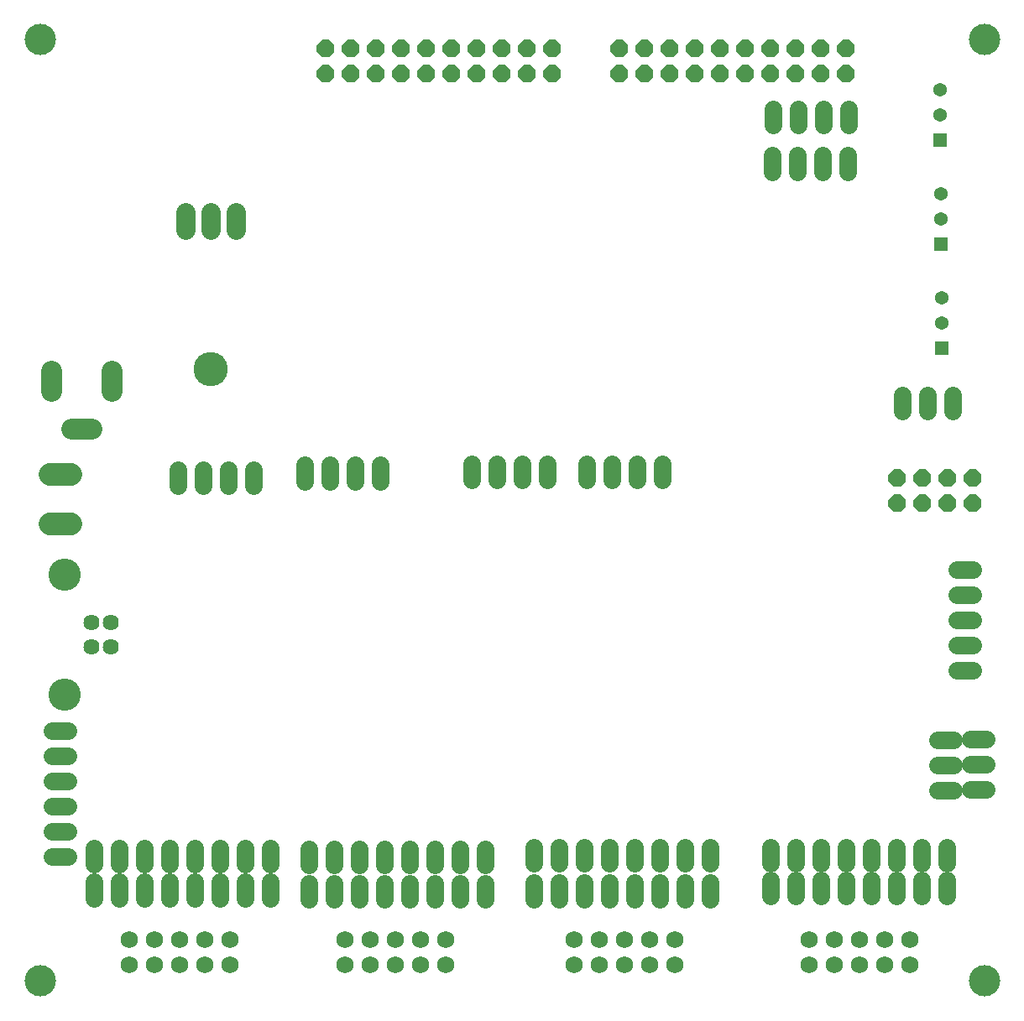
<source format=gbr>
G04 EAGLE Gerber RS-274X export*
G75*
%MOMM*%
%FSLAX34Y34*%
%LPD*%
%INSoldermask Bottom*%
%IPPOS*%
%AMOC8*
5,1,8,0,0,1.08239X$1,22.5*%
G01*
%ADD10C,3.152400*%
%ADD11C,1.778000*%
%ADD12C,3.252400*%
%ADD13C,1.624400*%
%ADD14R,1.368400X1.368400*%
%ADD15C,1.368400*%
%ADD16C,1.752400*%
%ADD17P,1.924489X8X22.500000*%
%ADD18P,1.924489X8X202.500000*%
%ADD19C,1.940563*%
%ADD20C,3.454400*%
%ADD21C,2.152400*%
%ADD22C,2.265681*%


D10*
X22500Y22500D03*
X975000Y22500D03*
X975000Y972500D03*
X22500Y972500D03*
D11*
X293700Y156028D02*
X293700Y139772D01*
X319100Y139772D02*
X319100Y156028D01*
X344500Y156028D02*
X344500Y139772D01*
X369900Y139772D02*
X369900Y156028D01*
X395300Y156028D02*
X395300Y139772D01*
X420700Y139772D02*
X420700Y156028D01*
X446100Y156028D02*
X446100Y139772D01*
X471500Y139772D02*
X471500Y156028D01*
X293500Y120828D02*
X293500Y104572D01*
X318900Y104572D02*
X318900Y120828D01*
X344300Y120828D02*
X344300Y104572D01*
X369700Y104572D02*
X369700Y120828D01*
X395100Y120828D02*
X395100Y104572D01*
X420500Y104572D02*
X420500Y120828D01*
X445900Y120828D02*
X445900Y104572D01*
X471300Y104572D02*
X471300Y120828D01*
X77200Y140272D02*
X77200Y156528D01*
X102600Y156528D02*
X102600Y140272D01*
X128000Y140272D02*
X128000Y156528D01*
X153400Y156528D02*
X153400Y140272D01*
X178800Y140272D02*
X178800Y156528D01*
X204200Y156528D02*
X204200Y140272D01*
X229600Y140272D02*
X229600Y156528D01*
X255000Y156528D02*
X255000Y140272D01*
X77200Y122428D02*
X77200Y106172D01*
X102600Y106172D02*
X102600Y122428D01*
X128000Y122428D02*
X128000Y106172D01*
X153400Y106172D02*
X153400Y122428D01*
X178800Y122428D02*
X178800Y106172D01*
X204200Y106172D02*
X204200Y122428D01*
X229600Y122428D02*
X229600Y106172D01*
X255000Y106172D02*
X255000Y122428D01*
X520700Y141372D02*
X520700Y157628D01*
X546100Y157628D02*
X546100Y141372D01*
X571500Y141372D02*
X571500Y157628D01*
X596900Y157628D02*
X596900Y141372D01*
X622300Y141372D02*
X622300Y157628D01*
X647700Y157628D02*
X647700Y141372D01*
X673100Y141372D02*
X673100Y157628D01*
X698500Y157628D02*
X698500Y141372D01*
X520200Y121528D02*
X520200Y105272D01*
X545600Y105272D02*
X545600Y121528D01*
X571000Y121528D02*
X571000Y105272D01*
X596400Y105272D02*
X596400Y121528D01*
X621800Y121528D02*
X621800Y105272D01*
X647200Y105272D02*
X647200Y121528D01*
X672600Y121528D02*
X672600Y105272D01*
X698000Y105272D02*
X698000Y121528D01*
X759300Y141272D02*
X759300Y157528D01*
X784700Y157528D02*
X784700Y141272D01*
X810100Y141272D02*
X810100Y157528D01*
X835500Y157528D02*
X835500Y141272D01*
X860900Y141272D02*
X860900Y157528D01*
X886300Y157528D02*
X886300Y141272D01*
X911700Y141272D02*
X911700Y157528D01*
X937100Y157528D02*
X937100Y141272D01*
X759300Y124428D02*
X759300Y108172D01*
X784700Y108172D02*
X784700Y124428D01*
X810100Y124428D02*
X810100Y108172D01*
X835500Y108172D02*
X835500Y124428D01*
X860900Y124428D02*
X860900Y108172D01*
X886300Y108172D02*
X886300Y124428D01*
X911700Y124428D02*
X911700Y108172D01*
X937100Y108172D02*
X937100Y124428D01*
X944128Y215100D02*
X927872Y215100D01*
X927872Y240500D02*
X944128Y240500D01*
X944128Y265900D02*
X927872Y265900D01*
X960872Y215600D02*
X977128Y215600D01*
X977128Y241000D02*
X960872Y241000D01*
X960872Y266400D02*
X977128Y266400D01*
X50628Y275500D02*
X34372Y275500D01*
X34372Y250100D02*
X50628Y250100D01*
X50628Y224700D02*
X34372Y224700D01*
X34372Y199300D02*
X50628Y199300D01*
X50628Y173900D02*
X34372Y173900D01*
X34372Y148500D02*
X50628Y148500D01*
D12*
X47000Y432200D03*
X47000Y311800D03*
D13*
X94100Y384500D03*
X74100Y384500D03*
X94100Y359500D03*
X74100Y359500D03*
D11*
X365600Y526872D02*
X365600Y543128D01*
X340200Y543128D02*
X340200Y526872D01*
X314800Y526872D02*
X314800Y543128D01*
X289400Y543128D02*
X289400Y526872D01*
X161900Y522372D02*
X161900Y538628D01*
X187300Y538628D02*
X187300Y522372D01*
X212700Y522372D02*
X212700Y538628D01*
X238100Y538628D02*
X238100Y522372D01*
X761900Y886372D02*
X761900Y902628D01*
X787300Y902628D02*
X787300Y886372D01*
X812700Y886372D02*
X812700Y902628D01*
X838100Y902628D02*
X838100Y886372D01*
X761400Y855628D02*
X761400Y839372D01*
X786800Y839372D02*
X786800Y855628D01*
X812200Y855628D02*
X812200Y839372D01*
X837600Y839372D02*
X837600Y855628D01*
X457900Y544128D02*
X457900Y527872D01*
X483300Y527872D02*
X483300Y544128D01*
X508700Y544128D02*
X508700Y527872D01*
X534100Y527872D02*
X534100Y544128D01*
X573900Y544128D02*
X573900Y527872D01*
X599300Y527872D02*
X599300Y544128D01*
X624700Y544128D02*
X624700Y527872D01*
X650100Y527872D02*
X650100Y544128D01*
D14*
X930500Y871100D03*
D15*
X930500Y896500D03*
X930500Y921900D03*
D14*
X931000Y766600D03*
D15*
X931000Y792000D03*
X931000Y817400D03*
D14*
X932000Y661600D03*
D15*
X932000Y687000D03*
X932000Y712400D03*
D11*
X892600Y614128D02*
X892600Y597872D01*
X918000Y597872D02*
X918000Y614128D01*
X943400Y614128D02*
X943400Y597872D01*
D16*
X330200Y38800D03*
X330200Y64200D03*
X355600Y38800D03*
X355600Y64200D03*
X381000Y38800D03*
X381000Y64200D03*
X406400Y38800D03*
X406400Y64200D03*
X431800Y38800D03*
X431800Y64200D03*
X112200Y38800D03*
X112200Y64200D03*
X137600Y38800D03*
X137600Y64200D03*
X163000Y38800D03*
X163000Y64200D03*
X188400Y38800D03*
X188400Y64200D03*
X213800Y38800D03*
X213800Y64200D03*
X561200Y38800D03*
X561200Y64200D03*
X586600Y38800D03*
X586600Y64200D03*
X612000Y38800D03*
X612000Y64200D03*
X637400Y38800D03*
X637400Y64200D03*
X662800Y38800D03*
X662800Y64200D03*
X798200Y38800D03*
X798200Y64200D03*
X823600Y38800D03*
X823600Y64200D03*
X849000Y38800D03*
X849000Y64200D03*
X874400Y38800D03*
X874400Y64200D03*
X899800Y38800D03*
X899800Y64200D03*
D17*
X310700Y938300D03*
X310700Y963700D03*
X336100Y938300D03*
X336100Y963700D03*
X361500Y938300D03*
X361500Y963700D03*
X386900Y938300D03*
X386900Y963700D03*
X412300Y938300D03*
X412300Y963700D03*
X437700Y938300D03*
X437700Y963700D03*
X463100Y938300D03*
X463100Y963700D03*
X488500Y938300D03*
X488500Y963700D03*
X513900Y938300D03*
X513900Y963700D03*
X539300Y938300D03*
X539300Y963700D03*
X606700Y938300D03*
X606700Y963700D03*
X632100Y938300D03*
X632100Y963700D03*
X657500Y938300D03*
X657500Y963700D03*
X682900Y938300D03*
X682900Y963700D03*
X708300Y938300D03*
X708300Y963700D03*
X733700Y938300D03*
X733700Y963700D03*
X759100Y938300D03*
X759100Y963700D03*
X784500Y938300D03*
X784500Y963700D03*
X809900Y938300D03*
X809900Y963700D03*
X835300Y938300D03*
X835300Y963700D03*
D11*
X947372Y335700D02*
X963628Y335700D01*
X963628Y361100D02*
X947372Y361100D01*
X947372Y386500D02*
X963628Y386500D01*
X963628Y411900D02*
X947372Y411900D01*
X947372Y437300D02*
X963628Y437300D01*
D18*
X963100Y529700D03*
X963100Y504300D03*
X937700Y529700D03*
X937700Y504300D03*
X912300Y529700D03*
X912300Y504300D03*
X886900Y529700D03*
X886900Y504300D03*
D19*
X220400Y780659D02*
X220400Y798541D01*
X195000Y798541D02*
X195000Y780659D01*
X169600Y780659D02*
X169600Y798541D01*
D20*
X195000Y639740D03*
D21*
X95000Y638000D02*
X95000Y618000D01*
X34000Y618000D02*
X34000Y638000D01*
X54000Y580000D02*
X74000Y580000D01*
D22*
X53066Y484354D02*
X31934Y484354D01*
X31934Y534392D02*
X53066Y534392D01*
M02*

</source>
